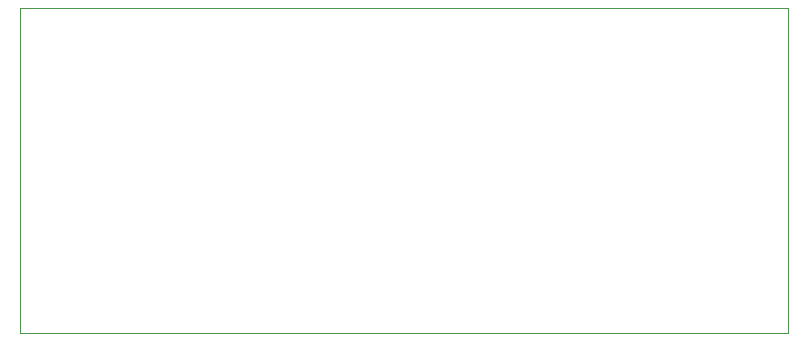
<source format=gbr>
%TF.GenerationSoftware,KiCad,Pcbnew,7.99.0-3522-gc5520b3eef-dirty*%
%TF.CreationDate,2023-11-19T21:35:00+00:00*%
%TF.ProjectId,VFD Replacement,56464420-5265-4706-9c61-63656d656e74,rev?*%
%TF.SameCoordinates,Original*%
%TF.FileFunction,Profile,NP*%
%FSLAX46Y46*%
G04 Gerber Fmt 4.6, Leading zero omitted, Abs format (unit mm)*
G04 Created by KiCad (PCBNEW 7.99.0-3522-gc5520b3eef-dirty) date 2023-11-19 21:35:00*
%MOMM*%
%LPD*%
G01*
G04 APERTURE LIST*
%TA.AperFunction,Profile*%
%ADD10C,0.100000*%
%TD*%
G04 APERTURE END LIST*
D10*
X124528196Y-42961625D02*
X189528196Y-42961625D01*
X189528196Y-70461625D01*
X124528196Y-70461625D01*
X124528196Y-42961625D01*
M02*

</source>
